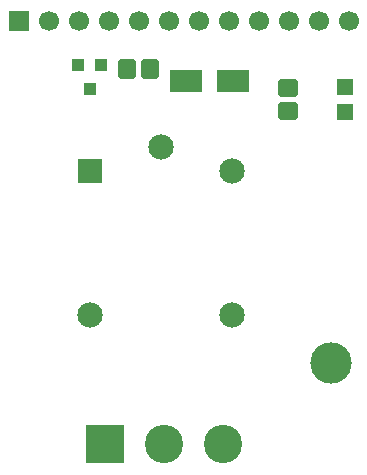
<source format=gbr>
G04 DipTrace 4.0.0.2*
G04 TopMask.gbr*
%MOIN*%
G04 #@! TF.FileFunction,Soldermask,Top*
G04 #@! TF.Part,Single*
%AMOUTLINE1*
4,1,28,
0.029528,0.020061,
0.029528,-0.020061,
0.029095,-0.023348,
0.027727,-0.026651,
0.02555,-0.029487,
0.022714,-0.031664,
0.019411,-0.033032,
0.016124,-0.033465,
-0.016124,-0.033465,
-0.019411,-0.033032,
-0.022714,-0.031664,
-0.02555,-0.029487,
-0.027727,-0.026651,
-0.029095,-0.023348,
-0.029528,-0.020061,
-0.029528,0.020061,
-0.029095,0.023348,
-0.027727,0.026651,
-0.02555,0.029487,
-0.022714,0.031664,
-0.019411,0.033032,
-0.016124,0.033465,
0.016124,0.033465,
0.019411,0.033032,
0.022714,0.031664,
0.02555,0.029487,
0.027727,0.026651,
0.029095,0.023348,
0.029528,0.020061,
0*%
%AMOUTLINE4*
4,1,28,
-0.020061,0.029528,
0.020061,0.029528,
0.023348,0.029095,
0.026651,0.027727,
0.029487,0.02555,
0.031664,0.022714,
0.033032,0.019411,
0.033465,0.016124,
0.033465,-0.016124,
0.033032,-0.019411,
0.031664,-0.022714,
0.029487,-0.02555,
0.026651,-0.027727,
0.023348,-0.029095,
0.020061,-0.029528,
-0.020061,-0.029528,
-0.023348,-0.029095,
-0.026651,-0.027727,
-0.029487,-0.02555,
-0.031664,-0.022714,
-0.033032,-0.019411,
-0.033465,-0.016124,
-0.033465,0.016124,
-0.033032,0.019411,
-0.031664,0.022714,
-0.029487,0.02555,
-0.026651,0.027727,
-0.023348,0.029095,
-0.020061,0.029528,
0*%
%ADD34C,0.137795*%
%ADD41C,0.127874*%
%ADD43R,0.127874X0.127874*%
%ADD45R,0.03937X0.043307*%
%ADD47C,0.066929*%
%ADD49R,0.066929X0.066929*%
%ADD51R,0.055118X0.055118*%
%ADD53R,0.084646X0.084646*%
%ADD55C,0.084646*%
%ADD57R,0.106299X0.074803*%
%ADD63OUTLINE1*%
%ADD66OUTLINE4*%
%FSLAX26Y26*%
G04*
G70*
G90*
G75*
G01*
G04 TopMask*
%LPD*%
D57*
X794990Y1375001D3*
X637509Y1374998D3*
D55*
X553740Y1154528D3*
D53*
X317520Y1075787D3*
D55*
X789961D3*
X317520Y595472D3*
X789961D3*
D51*
X1166241Y1271161D3*
X1166239Y1353839D3*
D49*
X79916Y1574803D3*
D47*
X179916D3*
X279916D3*
X379916D3*
X479916D3*
X579916D3*
X679916D3*
X779916D3*
X879907D3*
X979907D3*
X1079907D3*
X1179907D3*
D34*
X1122047Y433071D3*
D45*
X353642Y1426870D3*
X278839D3*
X316240Y1348130D3*
D63*
X516142Y1412500D3*
X441339D3*
D66*
X978740Y1349902D3*
Y1275098D3*
D43*
X366240Y162500D3*
D41*
X563091D3*
X759941D3*
M02*

</source>
